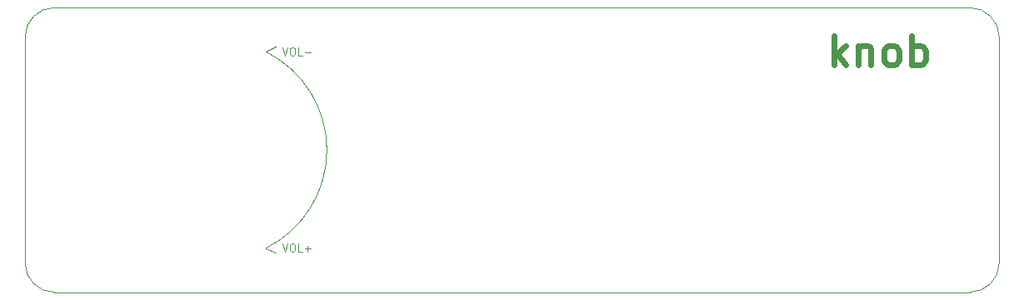
<source format=gbr>
%TF.GenerationSoftware,KiCad,Pcbnew,(5.1.9-0-10_14)*%
%TF.CreationDate,2021-08-23T19:50:34+08:00*%
%TF.ProjectId,KNOB_PANEL,4b4e4f42-5f50-4414-9e45-4c2e6b696361,V1.0*%
%TF.SameCoordinates,Original*%
%TF.FileFunction,Legend,Top*%
%TF.FilePolarity,Positive*%
%FSLAX46Y46*%
G04 Gerber Fmt 4.6, Leading zero omitted, Abs format (unit mm)*
G04 Created by KiCad (PCBNEW (5.1.9-0-10_14)) date 2021-08-23 19:50:34*
%MOMM*%
%LPD*%
G01*
G04 APERTURE LIST*
%ADD10C,0.600000*%
%ADD11C,0.120000*%
G04 APERTURE END LIST*
D10*
X182752857Y-76357142D02*
X182752857Y-73357142D01*
X183038571Y-75214285D02*
X183895714Y-76357142D01*
X183895714Y-74357142D02*
X182752857Y-75500000D01*
X185181428Y-74357142D02*
X185181428Y-76357142D01*
X185181428Y-74642857D02*
X185324285Y-74500000D01*
X185610000Y-74357142D01*
X186038571Y-74357142D01*
X186324285Y-74500000D01*
X186467142Y-74785714D01*
X186467142Y-76357142D01*
X188324285Y-76357142D02*
X188038571Y-76214285D01*
X187895714Y-76071428D01*
X187752857Y-75785714D01*
X187752857Y-74928571D01*
X187895714Y-74642857D01*
X188038571Y-74500000D01*
X188324285Y-74357142D01*
X188752857Y-74357142D01*
X189038571Y-74500000D01*
X189181428Y-74642857D01*
X189324285Y-74928571D01*
X189324285Y-75785714D01*
X189181428Y-76071428D01*
X189038571Y-76214285D01*
X188752857Y-76357142D01*
X188324285Y-76357142D01*
X190610000Y-76357142D02*
X190610000Y-73357142D01*
X190610000Y-74500000D02*
X190895714Y-74357142D01*
X191467142Y-74357142D01*
X191752857Y-74500000D01*
X191895714Y-74642857D01*
X192038571Y-74928571D01*
X192038571Y-75785714D01*
X191895714Y-76071428D01*
X191752857Y-76214285D01*
X191467142Y-76357142D01*
X190895714Y-76357142D01*
X190610000Y-76214285D01*
D11*
X126654190Y-94561904D02*
X126920857Y-95361904D01*
X127187523Y-94561904D01*
X127606571Y-94561904D02*
X127758952Y-94561904D01*
X127835142Y-94600000D01*
X127911333Y-94676190D01*
X127949428Y-94828571D01*
X127949428Y-95095238D01*
X127911333Y-95247619D01*
X127835142Y-95323809D01*
X127758952Y-95361904D01*
X127606571Y-95361904D01*
X127530380Y-95323809D01*
X127454190Y-95247619D01*
X127416095Y-95095238D01*
X127416095Y-94828571D01*
X127454190Y-94676190D01*
X127530380Y-94600000D01*
X127606571Y-94561904D01*
X128673238Y-95361904D02*
X128292285Y-95361904D01*
X128292285Y-94561904D01*
X128939904Y-95057142D02*
X129549428Y-95057142D01*
X129244666Y-95361904D02*
X129244666Y-94752380D01*
X126654190Y-74561904D02*
X126920857Y-75361904D01*
X127187523Y-74561904D01*
X127606571Y-74561904D02*
X127758952Y-74561904D01*
X127835142Y-74600000D01*
X127911333Y-74676190D01*
X127949428Y-74828571D01*
X127949428Y-75095238D01*
X127911333Y-75247619D01*
X127835142Y-75323809D01*
X127758952Y-75361904D01*
X127606571Y-75361904D01*
X127530380Y-75323809D01*
X127454190Y-75247619D01*
X127416095Y-75095238D01*
X127416095Y-74828571D01*
X127454190Y-74676190D01*
X127530380Y-74600000D01*
X127606571Y-74561904D01*
X128673238Y-75361904D02*
X128292285Y-75361904D01*
X128292285Y-74561904D01*
X128939904Y-75057142D02*
X129549428Y-75057142D01*
X125000000Y-95000000D02*
X126000000Y-95500000D01*
X125000000Y-75000001D02*
X126000000Y-74500000D01*
X125000000Y-75000001D02*
G75*
G02*
X124999999Y-94999999I-5000000J-9999999D01*
G01*
X199500000Y-96500000D02*
G75*
G02*
X196500000Y-99500000I-3000000J0D01*
G01*
X196500000Y-70500000D02*
G75*
G02*
X199500000Y-73500000I0J-3000000D01*
G01*
X100500000Y-73500000D02*
G75*
G02*
X103500000Y-70500000I3000000J0D01*
G01*
X100500000Y-73500000D02*
X100500000Y-96500000D01*
X196500000Y-70500000D02*
X103500000Y-70500000D01*
X199500000Y-96500000D02*
X199500000Y-73500000D01*
X103500000Y-99500000D02*
X196500000Y-99500000D01*
X103500000Y-99500000D02*
G75*
G02*
X100500000Y-96500000I0J3000000D01*
G01*
M02*

</source>
